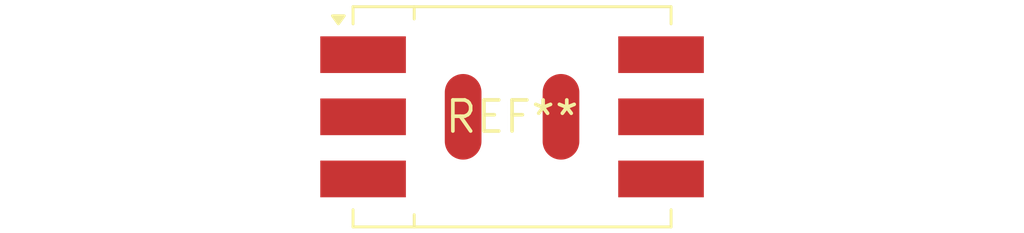
<source format=kicad_pcb>
(kicad_pcb (version 20240108) (generator pcbnew)
  (layers (0 "F.Cu" signal) (31 "B.Cu" signal) (34 "B.Paste" user) (35 "F.Paste" user) (36 "B.SilkS" user "B.Silkscreen") (37 "F.SilkS" user "F.Silkscreen") (38 "B.Mask" user) (39 "F.Mask" user) (44 "Edge.Cuts" user))
  (net 0 "")
  (footprint "Transformer_NF_ETAL_P3191_HandSoldering" (layer "F.Cu") (at 0 0)
    (property "Reference" "REF**")
    (property "Value" "Transformer_NF_ETAL_P3191_HandSoldering")
    (fp_line (start -6.5 -4.5) (end -6.5 -3.8) (layer "F.SilkS") (stroke (width 0.12)))
    (fp_line (start -6.5 3.8) (end -6.5 4.5) (layer "F.SilkS") (stroke (width 0.12)))
    (fp_line (start -6.5 4.5) (end 6.5 4.5) (layer "F.SilkS") (stroke (width 0.12)))
    (fp_line (start -4 -4.5) (end -4 -4) (layer "F.SilkS") (stroke (width 0.12)))
    (fp_line (start -4 4.5) (end -4 4) (layer "F.SilkS") (stroke (width 0.12)))
    (fp_line (start 6.5 -4.5) (end -6.5 -4.5) (layer "F.SilkS") (stroke (width 0.12)))
    (fp_line (start 6.5 -4.5) (end 6.5 -3.8) (layer "F.SilkS") (stroke (width 0.12)))
    (fp_line (start 6.5 3.8) (end 6.5 4.5) (layer "F.SilkS") (stroke (width 0.12)))
    (fp_poly (pts (xy -7.1 -3.8) (xy -7.34 -4.13) (xy -6.86 -4.13) (xy -7.1 -3.8)) (layer "F.SilkS") (stroke (width 0.12)) (fill solid))
    (pad "1" smd rect (at -6.09 -2.54) (size 3.5 1.5) (layers "F.Cu" "F.Paste" "F.Mask"))
    (pad "2" smd rect (at -6.09 0) (size 3.5 1.5) (layers "F.Cu" "F.Paste" "F.Mask"))
    (pad "2" smd rect (at -6.09 2.54) (size 3.5 1.5) (layers "F.Cu" "F.Paste" "F.Mask"))
    (pad "3" smd rect (at 6.09 2.54) (size 3.5 1.5) (layers "F.Cu" "F.Paste" "F.Mask"))
    (pad "4" smd rect (at 6.09 0) (size 3.5 1.5) (layers "F.Cu" "F.Paste" "F.Mask"))
    (pad "5" smd rect (at 6.09 -2.54) (size 3.5 1.5) (layers "F.Cu" "F.Paste" "F.Mask"))
    (pad "7" smd oval (at -2 0 90) (size 3.5 1.5) (layers "F.Cu" "F.Paste" "F.Mask"))
    (pad "7" smd oval (at 2 0 90) (size 3.5 1.5) (layers "F.Cu" "F.Paste" "F.Mask"))
  )
)
</source>
